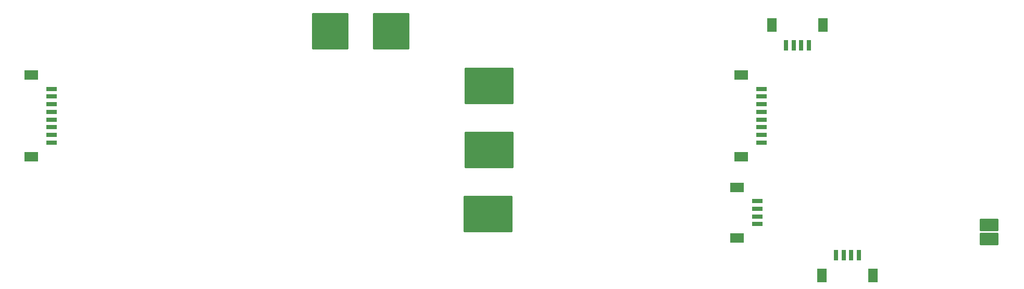
<source format=gbp>
G04*
G04 #@! TF.GenerationSoftware,Altium Limited,Altium Designer,21.0.8 (223)*
G04*
G04 Layer_Color=128*
%FSLAX25Y25*%
%MOIN*%
G70*
G04*
G04 #@! TF.SameCoordinates,386B6A0C-B290-4CC1-8F2B-2C95A909E97D*
G04*
G04*
G04 #@! TF.FilePolarity,Positive*
G04*
G01*
G75*
G04:AMPARAMS|DCode=13|XSize=118.11mil|YSize=78.74mil|CornerRadius=3.94mil|HoleSize=0mil|Usage=FLASHONLY|Rotation=0.000|XOffset=0mil|YOffset=0mil|HoleType=Round|Shape=RoundedRectangle|*
%AMROUNDEDRECTD13*
21,1,0.11811,0.07087,0,0,0.0*
21,1,0.11024,0.07874,0,0,0.0*
1,1,0.00787,0.05512,-0.03543*
1,1,0.00787,-0.05512,-0.03543*
1,1,0.00787,-0.05512,0.03543*
1,1,0.00787,0.05512,0.03543*
%
%ADD13ROUNDEDRECTD13*%
%ADD14R,0.02756X0.07087*%
%ADD15R,0.06299X0.08661*%
%ADD16R,0.08661X0.06299*%
%ADD17R,0.07087X0.02756*%
G04:AMPARAMS|DCode=65|XSize=236.22mil|YSize=236.22mil|CornerRadius=11.81mil|HoleSize=0mil|Usage=FLASHONLY|Rotation=0.000|XOffset=0mil|YOffset=0mil|HoleType=Round|Shape=RoundedRectangle|*
%AMROUNDEDRECTD65*
21,1,0.23622,0.21260,0,0,0.0*
21,1,0.21260,0.23622,0,0,0.0*
1,1,0.02362,0.10630,-0.10630*
1,1,0.02362,-0.10630,-0.10630*
1,1,0.02362,-0.10630,0.10630*
1,1,0.02362,0.10630,0.10630*
%
%ADD65ROUNDEDRECTD65*%
G04:AMPARAMS|DCode=67|XSize=314.96mil|YSize=236.22mil|CornerRadius=11.81mil|HoleSize=0mil|Usage=FLASHONLY|Rotation=180.000|XOffset=0mil|YOffset=0mil|HoleType=Round|Shape=RoundedRectangle|*
%AMROUNDEDRECTD67*
21,1,0.31496,0.21260,0,0,180.0*
21,1,0.29134,0.23622,0,0,180.0*
1,1,0.02362,-0.14567,0.10630*
1,1,0.02362,0.14567,0.10630*
1,1,0.02362,0.14567,-0.10630*
1,1,0.02362,-0.14567,-0.10630*
%
%ADD67ROUNDEDRECTD67*%
D13*
X842072Y316933D02*
D03*
Y325933D02*
D03*
D14*
X726954Y441090D02*
D03*
X722033D02*
D03*
X717112D02*
D03*
X712190D02*
D03*
X744190Y306776D02*
D03*
X749112D02*
D03*
X754033D02*
D03*
X758954D02*
D03*
D15*
X703332Y454083D02*
D03*
X735812D02*
D03*
X767812Y293783D02*
D03*
X735332D02*
D03*
D16*
X680923Y350173D02*
D03*
Y317693D02*
D03*
X683572Y422016D02*
D03*
Y369850D02*
D03*
X229160D02*
D03*
Y422016D02*
D03*
D17*
X693915Y326551D02*
D03*
Y331472D02*
D03*
Y336394D02*
D03*
Y341315D02*
D03*
X696564Y378709D02*
D03*
Y383630D02*
D03*
Y388551D02*
D03*
Y393472D02*
D03*
Y398394D02*
D03*
Y403315D02*
D03*
Y408236D02*
D03*
Y413158D02*
D03*
X242152D02*
D03*
Y408236D02*
D03*
Y403315D02*
D03*
Y398394D02*
D03*
Y393472D02*
D03*
Y388551D02*
D03*
Y383630D02*
D03*
Y378709D02*
D03*
D65*
X459660Y449933D02*
D03*
X420660D02*
D03*
D67*
X522160Y414933D02*
D03*
X521660Y332933D02*
D03*
X522160Y373933D02*
D03*
M02*

</source>
